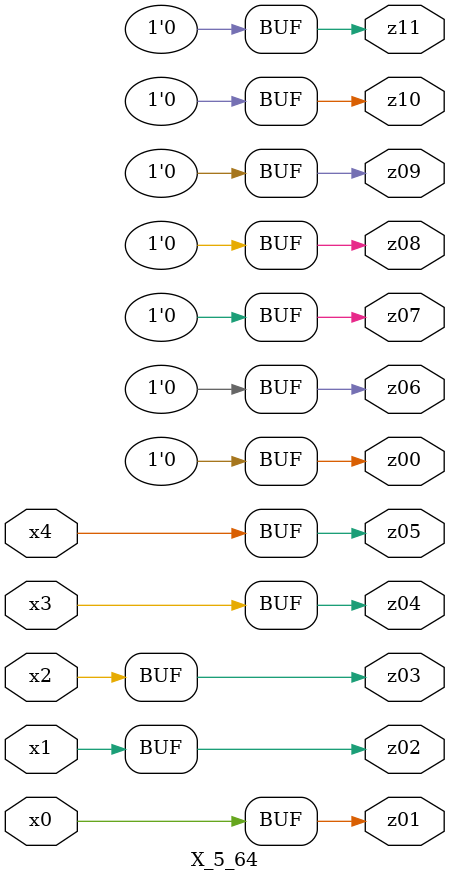
<source format=v>

module X_5_64 ( 
    x0, x1, x2, x3, x4,
    z00, z01, z02, z03, z04, z05, z06, z07, z08, z09, z10, z11  );
  input  x0, x1, x2, x3, x4;
  output z00, z01, z02, z03, z04, z05, z06, z07, z08, z09, z10, z11;
  assign z00 = 1'b0;
  assign z01 = x0;
  assign z02 = x1;
  assign z03 = x2;
  assign z04 = x3;
  assign z05 = x4;
  assign z06 = 1'b0;
  assign z07 = 1'b0;
  assign z08 = 1'b0;
  assign z09 = 1'b0;
  assign z10 = 1'b0;
  assign z11 = 1'b0;
endmodule



</source>
